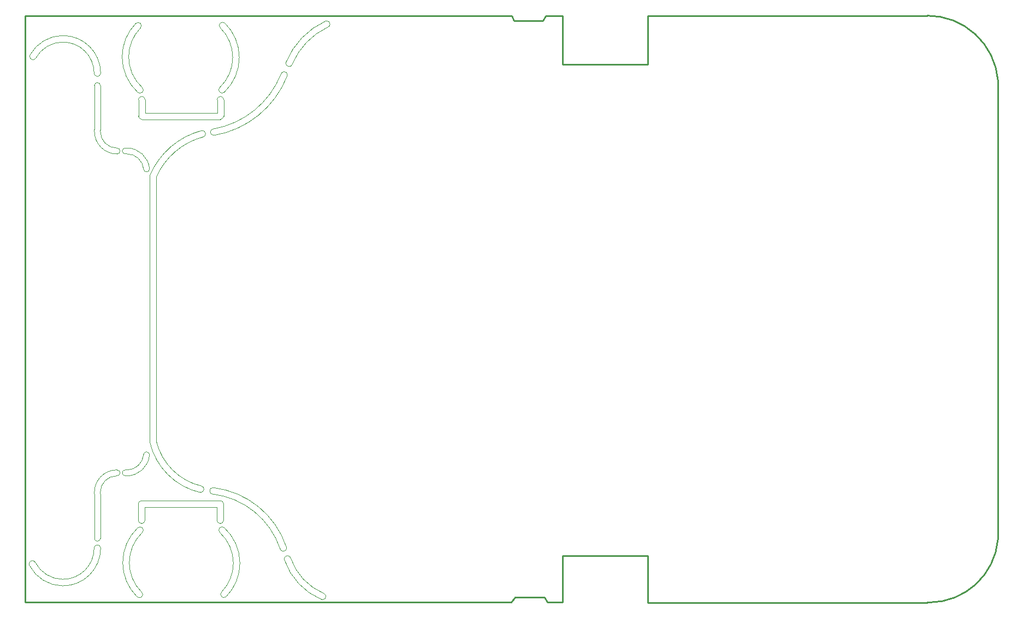
<source format=gko>
G04 Layer: BoardOutlineLayer*
G04 EasyEDA Pro v2.2.40.8, 2025-09-21 19:38:57*
G04 Gerber Generator version 0.3*
G04 Scale: 100 percent, Rotated: No, Reflected: No*
G04 Dimensions in millimeters*
G04 Leading zeros omitted, absolute positions, 4 integers and 5 decimals*
G04 Generated by one-click*
%FSLAX45Y45*%
%MOMM*%
%ADD10C,0.254*%
%ADD11C,0.0254*%
%ADD12C,0.7247*%
G75*


G04 PolygonModel Start*
G54D10*
G01X-2032000Y0D02*
G01X-2033644Y9093224D01*
G01X5507851Y9093224D01*
G01X5546910Y9017000D01*
G01X5994400Y9017000D01*
G01X6037783Y9097234D01*
G01X6299200Y9097234D01*
G01X6299200Y8341893D01*
G01X7620000Y8341893D01*
G01X7620000Y9097136D01*
G01X11950700Y9097136D01*
G02X12694830Y8809088I3601J-1095899D01*
G02X13046375Y8092765I-740528J-807849D01*
G01X13046375Y976365D01*
G02X11978195Y-3942I-1068180J91812D01*
G02X11954696Y-3684I0J1072120D01*
G01X7620000Y-3684D01*
G01X7620000Y721078D01*
G01X6299200Y721078D01*
G01X6299200Y0D01*
G01X6058625Y0D01*
G01X6019800Y76200D01*
G01X5557701Y76200D01*
G01X5504972Y1363D01*
G01X-2032000Y0D01*
G54D11*
G01X1968500Y788200D02*
G02X1921058Y822412I0J50000D01*
G03X870471Y1677541I-1197762J-398611D01*
G02X826300Y1727200I5829J49659D01*
G02X876300Y1777200I50000J-0D01*
G02X882129Y1776859I1J-49999D01*
G02X2015942Y853988I-158834J-1353059D01*
G02X2018500Y838200I-47442J-15788D01*
G02X1968500Y788200I-50000J-0D01*
G01X889000Y7239800D02*
G02X839000Y7289800I-0J50000D01*
G02X880521Y7339076I50000J-0D01*
G03X1934671Y8197105I-234906J1365163D01*
G02X1981200Y8228800I46529J-18305D01*
G02X2031200Y8178800I-0J-50000D01*
G02X2027729Y8160495I-50000J-0D01*
G02X897479Y7240524I-1382114J543744D01*
G02X889000Y7239800I-8479J49276D01*
G01X2103705Y8337735D02*
G02X2057400Y8306600I-46305J18865D01*
G02X2007400Y8356600I-0J50000D01*
G02X2011095Y8375465I50000J-0D01*
G02X2620783Y9011660I1107661J-451269D01*
G02X2641600Y9016200I20817J-45461D01*
G02X2691600Y8966200I0J-50000D01*
G02X2662417Y8920740I-50000J-0D01*
G03X2103705Y8337735I456339J-996544D01*
G01X2578100Y38900D02*
G02X2558788Y42780I-0J50000D01*
G02X1984684Y656938I395911J945500D01*
G02X1982000Y673100I47315J16163D01*
G02X2032000Y723100I50000J0D01*
G02X2079316Y689262I-0J-50000D01*
G03X2597412Y135020I875383J299018D01*
G02X2628100Y88900I-19312J-46120D01*
G02X2578100Y38900I-50000J0D01*
G01X685800Y1701800D02*
G02X674092Y1703168I0J50800D01*
G02X-100232Y2477492I240308J1014633D01*
G02X-101600Y2489200I49432J11708D01*
G01X-101600Y6604000D01*
G02X-97506Y6623980I50800J0D01*
G02X698061Y7313472I1106975J-473552D01*
G02X711200Y7315200I13139J-49071D01*
G02X762000Y7264400I0J-50800D01*
G02X724339Y7215328I-50800J0D01*
G03X0Y6593468I285130J-1064900D01*
G01X0Y2495213D01*
G03X697508Y1802032I914400J222587D01*
G02X736600Y1752600I-11708J-49433D01*
G02X685800Y1701800I-50800J0D01*
G01X-914400Y944880D02*
G02X-960120Y990600I0J45720D01*
G01X-960120Y1674515D01*
G02X-961229Y1702352I348862J27838D01*
G02X-611257Y2052325I349972J0D01*
G01X-609351Y2052319D01*
G02X-563880Y2006600I-249J-45719D01*
G02X-609600Y1960880I-45720J0D01*
G01X-609849Y1960881D01*
G01X-611257Y1960885D01*
G03X-869789Y1702352I0J-258532D01*
G03X-869315Y1686706I258534J1D01*
G02X-868680Y1679112I-45084J-7593D01*
G01X-868680Y1676400D01*
G01X-868680Y990600D01*
G02X-914400Y944880I-45720J0D01*
G01X-106838Y2282203D02*
G02X-457200Y1959824I-350362J29197D01*
G02X-486397Y1961038I-1J351579D01*
G02X-528320Y2006600I3797J45562D01*
G02X-482600Y2052320I45720J0D01*
G02X-478803Y2052162I-1J-45720D01*
G03X-457200Y2051264I21601J259241D01*
G03X-197962Y2289797I0J260136D01*
G02X-152400Y2331720I45562J-3797D01*
G02X-106680Y2286000I0J-45720D01*
G02X-106838Y2282203I-45720J1D01*
G01X-913846Y8059420D02*
G03X-959566Y8013700I0J-45720D01*
G01X-959566Y7329785D01*
G03X-960674Y7301948I348862J-27838D01*
G03X-610702Y6951975I349972J0D01*
G01X-608797Y6951981D01*
G03X-563326Y6997700I-249J45719D01*
G03X-609046Y7043420I-45720J0D01*
G01X-609294Y7043419D01*
G01X-610702Y7043415D01*
G02X-869234Y7301948I0J258532D01*
G02X-868761Y7317594I258534J-1D01*
G03X-868126Y7325188I-45084J7593D01*
G01X-868126Y7327900D01*
G01X-868126Y8013700D01*
G03X-913846Y8059420I-45720J0D01*
G01X-106284Y6722097D02*
G03X-456646Y7044476I-350362J-29197D01*
G03X-485842Y7043262I-1J-351579D01*
G03X-527766Y6997700I3797J-45562D01*
G03X-482046Y6951980I45720J0D01*
G03X-478249Y6952138I-1J45720D01*
G02X-456646Y6953036I21601J-259241D01*
G02X-197408Y6714503I0J-260136D01*
G03X-151846Y6672580I45562J3797D01*
G03X-106126Y6718300I0J45720D01*
G03X-106284Y6722097I-45720J-1D01*
G01X-914400Y8153146D02*
G02X-965200Y8203946I0J50800D01*
G01X-965200Y8203970D01*
G01X-965200Y8204200D01*
G03X-1447800Y8686800I-482600J0D01*
G03X-1869668Y8438571I-0J-482600D01*
G02X-1914075Y8412442I-44407J24670D01*
G02X-1964875Y8463242I0J50800D01*
G02X-1958483Y8487913I50800J0D01*
G02X-1447800Y8788400I510683J-283713D01*
G02X-863600Y8204200I0J-584200D01*
G01X-863600Y8203922D01*
G02X-914400Y8153146I-50800J24D01*
G01X-863549Y837946D02*
G02X-1447749Y253746I-584200J0D01*
G02X-1967700Y571599I-0J584200D01*
G02X-1973287Y594759I45213J23160D01*
G02X-1922487Y645559I50800J0D01*
G02X-1877274Y617920I0J-50800D01*
G03X-1447749Y355346I429524J220026D01*
G03X-965149Y837946I0J482600D01*
G01X-965149Y838181D01*
G01X-965149Y838206D01*
G02X-914349Y889006I50800J0D01*
G02X-863549Y838231I0J-50800D01*
G01X-863549Y837946D01*
G01X1046260Y71442D02*
G02X995460Y122242I0J50800D01*
G02X1009959Y157779I50800J-0D01*
G03X1193167Y606828I-458711J449049D01*
G03X983089Y1081774I-641919J0D01*
G02X966464Y1119360I34175J37586D01*
G02X1017264Y1170160I50800J0D01*
G02X1051439Y1156947I0J-50800D01*
G02X1294767Y606828I-500191J-550119D01*
G02X1082561Y86706I-743519J-0D01*
G02X1046260Y71442I-36301J35537D01*
G01X-262402Y68182D02*
G02X-297919Y82662I0J50800D01*
G02X-521599Y614252I519841J531590D01*
G02X-288901Y1154513I743520J0D01*
G02X-254000Y1168400I34901J-36913D01*
G02X-203200Y1117600I0J-50800D01*
G02X-219099Y1080687I-50800J0D01*
G03X-419999Y614252I441020J-466436D01*
G03X-226884Y155302I641920J0D01*
G02X-211602Y118982I-35518J-36320D01*
G02X-262402Y68182I-50800J0D01*
G01X1041400Y1270000D02*
G02X990600Y1219200I-50800J0D01*
G02X939800Y1270000I0J50800D01*
G01X939800Y1473200D01*
G01X-177800Y1473200D01*
G01X-177800Y1270000D01*
G02X-228600Y1219200I-50800J0D01*
G02X-279400Y1270000I0J50800D01*
G01X-279400Y1524000D01*
G02X-228600Y1574800I50800J0D01*
G01X990600Y1574800D01*
G02X1041400Y1524000I0J-50800D01*
G01X1041400Y1270000D01*
G01X1026285Y8995300D02*
G02X1061803Y8980820I0J-50800D01*
G02X1285482Y8449230I-519841J-531589D01*
G02X1052785Y7908969I-743520J0D01*
G02X1017883Y7895082I-34901J36912D01*
G02X967083Y7945882I0J50800D01*
G02X982982Y7982795I50800J0D01*
G03X1183882Y8449230I-441020J466436D01*
G03X990768Y8908180I-641920J0D01*
G02X975485Y8944500I35517J36320D01*
G02X1026285Y8995300I50800J0D01*
G01X-277517Y7793482D02*
G02X-226717Y7844282I50800J0D01*
G02X-175917Y7793482I0J-50800D01*
G01X-175917Y7590282D01*
G01X941683Y7590282D01*
G01X941683Y7793482D01*
G02X992483Y7844282I50800J0D01*
G02X1043283Y7793482I0J-50800D01*
G01X1043283Y7539482D01*
G02X992483Y7488682I-50800J0D01*
G01X-226717Y7488682D01*
G02X-277517Y7539482I0J50800D01*
G01X-277517Y7793482D01*
G01X-282377Y8992040D02*
G02X-231577Y8941240I0J-50800D01*
G02X-246075Y8905703I-50800J-0D01*
G03X-429284Y8456654I458711J-449049D01*
G03X-219205Y7981708I641919J-0D01*
G02X-202580Y7944122I-34175J-37586D01*
G02X-253380Y7893322I-50800J0D01*
G02X-287555Y7906535I0J50800D01*
G02X-530884Y8456654I500191J550119D01*
G02X-318678Y8976777I743519J0D01*
G02X-282377Y8992040I36301J-35537D01*

M02*


</source>
